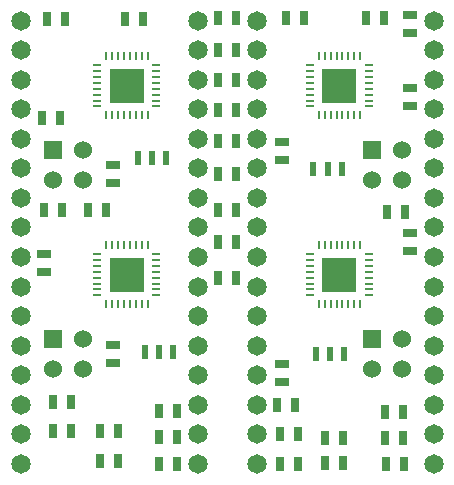
<source format=gts>
G04 (created by PCBNEW (2013-jul-07)-stable) date Tue 07 Apr 2015 07:11:59 PM PDT*
%MOIN*%
G04 Gerber Fmt 3.4, Leading zero omitted, Abs format*
%FSLAX34Y34*%
G01*
G70*
G90*
G04 APERTURE LIST*
%ADD10C,0.00590551*%
%ADD11R,0.045X0.025*%
%ADD12R,0.0197X0.0512*%
%ADD13R,0.03X0.01*%
%ADD14R,0.01X0.03*%
%ADD15R,0.1181X0.1181*%
%ADD16R,0.025X0.045*%
%ADD17R,0.06X0.06*%
%ADD18C,0.06*%
%ADD19C,0.065*%
G04 APERTURE END LIST*
G54D10*
G54D11*
X23740Y-24975D03*
X23740Y-25575D03*
G54D12*
X25039Y-24763D03*
X25511Y-24763D03*
X24567Y-24763D03*
X25275Y-31220D03*
X25747Y-31220D03*
X24803Y-31220D03*
X30905Y-25118D03*
X31377Y-25118D03*
X30433Y-25118D03*
X30984Y-31299D03*
X31456Y-31299D03*
X30512Y-31299D03*
G54D11*
X23740Y-30999D03*
X23740Y-31599D03*
G54D13*
X23228Y-22834D03*
X23228Y-22637D03*
X23228Y-22440D03*
X23228Y-23031D03*
G54D14*
X23523Y-23326D03*
X23720Y-23326D03*
X23917Y-23326D03*
X24114Y-23326D03*
X24310Y-23326D03*
X24507Y-23326D03*
X24704Y-23326D03*
X24901Y-23326D03*
G54D13*
X25196Y-21653D03*
X25196Y-23031D03*
X25196Y-22834D03*
X25196Y-22637D03*
X25196Y-22440D03*
X25196Y-22244D03*
X25196Y-22047D03*
X25196Y-21850D03*
G54D14*
X24901Y-21358D03*
X24704Y-21358D03*
X24507Y-21358D03*
X24310Y-21358D03*
X24114Y-21358D03*
X23917Y-21358D03*
X23720Y-21358D03*
X23523Y-21358D03*
G54D13*
X23228Y-21653D03*
X23228Y-21850D03*
X23228Y-22047D03*
X23228Y-22244D03*
G54D15*
X24212Y-22342D03*
G54D13*
X23228Y-29133D03*
X23228Y-28936D03*
X23228Y-28739D03*
X23228Y-29330D03*
G54D14*
X23523Y-29625D03*
X23720Y-29625D03*
X23917Y-29625D03*
X24114Y-29625D03*
X24310Y-29625D03*
X24507Y-29625D03*
X24704Y-29625D03*
X24901Y-29625D03*
G54D13*
X25196Y-27952D03*
X25196Y-29330D03*
X25196Y-29133D03*
X25196Y-28936D03*
X25196Y-28739D03*
X25196Y-28543D03*
X25196Y-28346D03*
X25196Y-28149D03*
G54D14*
X24901Y-27657D03*
X24704Y-27657D03*
X24507Y-27657D03*
X24310Y-27657D03*
X24114Y-27657D03*
X23917Y-27657D03*
X23720Y-27657D03*
X23523Y-27657D03*
G54D13*
X23228Y-27952D03*
X23228Y-28149D03*
X23228Y-28346D03*
X23228Y-28543D03*
G54D15*
X24212Y-28641D03*
G54D13*
X30315Y-22834D03*
X30315Y-22637D03*
X30315Y-22440D03*
X30315Y-23031D03*
G54D14*
X30610Y-23326D03*
X30807Y-23326D03*
X31004Y-23326D03*
X31201Y-23326D03*
X31397Y-23326D03*
X31594Y-23326D03*
X31791Y-23326D03*
X31988Y-23326D03*
G54D13*
X32283Y-21653D03*
X32283Y-23031D03*
X32283Y-22834D03*
X32283Y-22637D03*
X32283Y-22440D03*
X32283Y-22244D03*
X32283Y-22047D03*
X32283Y-21850D03*
G54D14*
X31988Y-21358D03*
X31791Y-21358D03*
X31594Y-21358D03*
X31397Y-21358D03*
X31201Y-21358D03*
X31004Y-21358D03*
X30807Y-21358D03*
X30610Y-21358D03*
G54D13*
X30315Y-21653D03*
X30315Y-21850D03*
X30315Y-22047D03*
X30315Y-22244D03*
G54D15*
X31299Y-22342D03*
G54D13*
X30315Y-29133D03*
X30315Y-28936D03*
X30315Y-28739D03*
X30315Y-29330D03*
G54D14*
X30610Y-29625D03*
X30807Y-29625D03*
X31004Y-29625D03*
X31201Y-29625D03*
X31397Y-29625D03*
X31594Y-29625D03*
X31791Y-29625D03*
X31988Y-29625D03*
G54D13*
X32283Y-27952D03*
X32283Y-29330D03*
X32283Y-29133D03*
X32283Y-28936D03*
X32283Y-28739D03*
X32283Y-28543D03*
X32283Y-28346D03*
X32283Y-28149D03*
G54D14*
X31988Y-27657D03*
X31791Y-27657D03*
X31594Y-27657D03*
X31397Y-27657D03*
X31201Y-27657D03*
X31004Y-27657D03*
X30807Y-27657D03*
X30610Y-27657D03*
G54D13*
X30315Y-27952D03*
X30315Y-28149D03*
X30315Y-28346D03*
X30315Y-28543D03*
G54D15*
X31299Y-28641D03*
G54D11*
X29389Y-24227D03*
X29389Y-24827D03*
G54D16*
X30822Y-34094D03*
X31422Y-34094D03*
X32810Y-33228D03*
X33410Y-33228D03*
X32829Y-34094D03*
X33429Y-34094D03*
X32849Y-34960D03*
X33449Y-34960D03*
G54D11*
X33661Y-27259D03*
X33661Y-27859D03*
G54D16*
X29925Y-34940D03*
X29325Y-34940D03*
X29925Y-33956D03*
X29325Y-33956D03*
X29827Y-32972D03*
X29227Y-32972D03*
G54D11*
X29389Y-31629D03*
X29389Y-32229D03*
G54D16*
X32888Y-26535D03*
X33488Y-26535D03*
G54D11*
X33661Y-23016D03*
X33661Y-22416D03*
X33661Y-19975D03*
X33661Y-20575D03*
G54D16*
X29522Y-20078D03*
X30122Y-20078D03*
X27259Y-27559D03*
X27859Y-27559D03*
X27259Y-26476D03*
X27859Y-26476D03*
X27259Y-25295D03*
X27859Y-25295D03*
X27259Y-24173D03*
X27859Y-24173D03*
X25290Y-34940D03*
X25890Y-34940D03*
X25290Y-34055D03*
X25890Y-34055D03*
X25290Y-33169D03*
X25890Y-33169D03*
X27859Y-28740D03*
X27259Y-28740D03*
X23922Y-34842D03*
X23322Y-34842D03*
X23922Y-33858D03*
X23322Y-33858D03*
X22347Y-33858D03*
X21747Y-33858D03*
X22347Y-32874D03*
X21747Y-32874D03*
X27859Y-23149D03*
X27259Y-23149D03*
X27859Y-22165D03*
X27259Y-22165D03*
X27859Y-21141D03*
X27259Y-21141D03*
X27859Y-20078D03*
X27259Y-20078D03*
X24748Y-20118D03*
X24148Y-20118D03*
X22051Y-26476D03*
X21451Y-26476D03*
X21992Y-23425D03*
X21392Y-23425D03*
X22150Y-20118D03*
X21550Y-20118D03*
X31402Y-34921D03*
X30802Y-34921D03*
X32180Y-20078D03*
X32780Y-20078D03*
G54D11*
X21456Y-28548D03*
X21456Y-27948D03*
G54D16*
X22928Y-26476D03*
X23528Y-26476D03*
G54D17*
X21744Y-24500D03*
G54D18*
X21744Y-25500D03*
X22744Y-24500D03*
X22744Y-25500D03*
G54D17*
X21744Y-30799D03*
G54D18*
X21744Y-31799D03*
X22744Y-30799D03*
X22744Y-31799D03*
G54D17*
X32374Y-24500D03*
G54D18*
X32374Y-25500D03*
X33374Y-24500D03*
X33374Y-25500D03*
G54D17*
X32374Y-30799D03*
G54D18*
X32374Y-31799D03*
X33374Y-30799D03*
X33374Y-31799D03*
G54D19*
X28543Y-28051D03*
X28543Y-29035D03*
X28543Y-30019D03*
X28543Y-31003D03*
X28543Y-31988D03*
X28543Y-32972D03*
X28543Y-33956D03*
X28543Y-34940D03*
X34448Y-34940D03*
X34448Y-33956D03*
X34448Y-32972D03*
X34448Y-31988D03*
X34448Y-31003D03*
X34448Y-30019D03*
X34448Y-29035D03*
X34448Y-28051D03*
X28543Y-20177D03*
X28543Y-21161D03*
X28543Y-22145D03*
X28543Y-23129D03*
X28543Y-24114D03*
X28543Y-25098D03*
X28543Y-26082D03*
X28543Y-27066D03*
X34448Y-27066D03*
X34448Y-26082D03*
X34448Y-25098D03*
X34448Y-24114D03*
X34448Y-23129D03*
X34448Y-22145D03*
X34448Y-21161D03*
X34448Y-20177D03*
X20669Y-28051D03*
X20669Y-29035D03*
X20669Y-30019D03*
X20669Y-31003D03*
X20669Y-31988D03*
X20669Y-32972D03*
X20669Y-33956D03*
X20669Y-34940D03*
X26574Y-34940D03*
X26574Y-33956D03*
X26574Y-32972D03*
X26574Y-31988D03*
X26574Y-31003D03*
X26574Y-30019D03*
X26574Y-29035D03*
X26574Y-28051D03*
X20669Y-20177D03*
X20669Y-21161D03*
X20669Y-22145D03*
X20669Y-23129D03*
X20669Y-24114D03*
X20669Y-25098D03*
X20669Y-26082D03*
X20669Y-27066D03*
X26574Y-27066D03*
X26574Y-26082D03*
X26574Y-25098D03*
X26574Y-24114D03*
X26574Y-23129D03*
X26574Y-22145D03*
X26574Y-21161D03*
X26574Y-20177D03*
M02*

</source>
